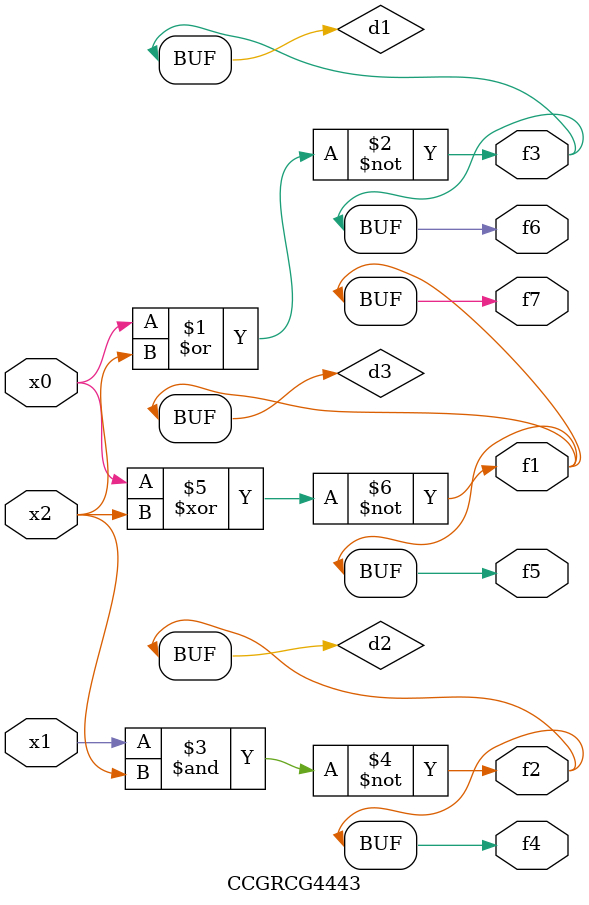
<source format=v>
module CCGRCG4443(
	input x0, x1, x2,
	output f1, f2, f3, f4, f5, f6, f7
);

	wire d1, d2, d3;

	nor (d1, x0, x2);
	nand (d2, x1, x2);
	xnor (d3, x0, x2);
	assign f1 = d3;
	assign f2 = d2;
	assign f3 = d1;
	assign f4 = d2;
	assign f5 = d3;
	assign f6 = d1;
	assign f7 = d3;
endmodule

</source>
